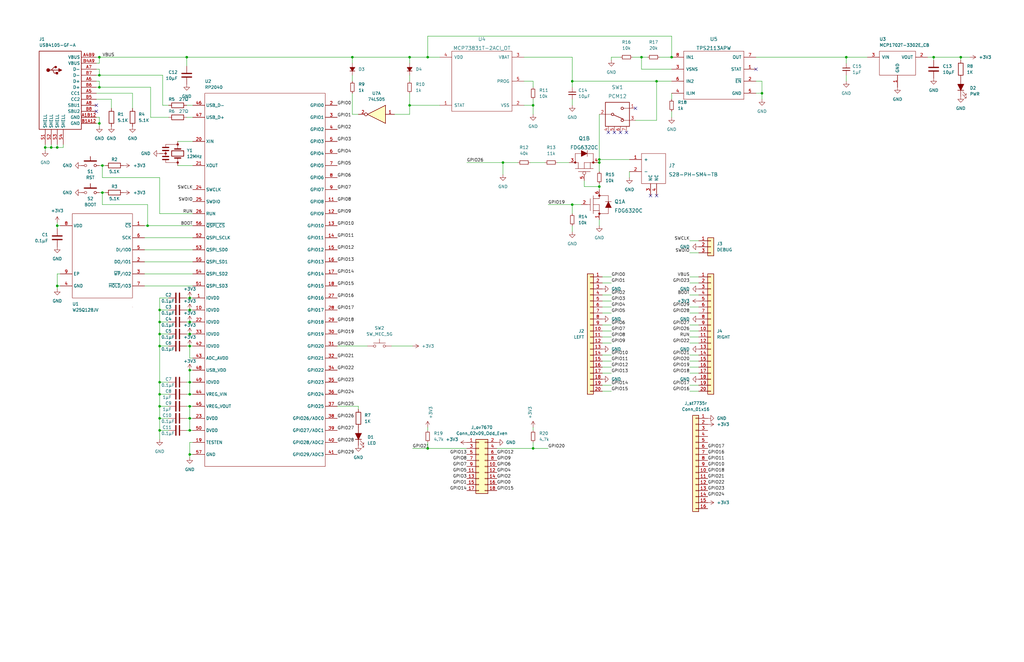
<source format=kicad_sch>
(kicad_sch (version 20211123) (generator eeschema)
  (paper "USLedger")
  (title_block (title "ENGR3430 final_proj_basedon_mp3") (date "2022-09-22") (company "Olin College of Engineering"))
  (junction (at 67.31 130.81))
  (junction (at 283.21 24.13))
  (junction (at 252.73 78.74))
  (junction (at 67.31 146.05))
  (junction (at 180.34 24.13))
  (junction (at 80.01 125.73))
  (junction (at 172.72 44.45))
  (junction (at 67.31 171.45))
  (junction (at 80.01 156.21))
  (junction (at 41.91 24.13))
  (junction (at 148.59 24.13))
  (junction (at 41.91 36.83))
  (junction (at 19.05 62.23))
  (junction (at 80.01 176.53))
  (junction (at 172.72 24.13))
  (junction (at 41.91 52.07))
  (junction (at 405.13 24.13))
  (junction (at 180.34 189.23))
  (junction (at 276.86 34.29))
  (junction (at 356.87 24.13))
  (junction (at 67.31 161.29))
  (junction (at 80.01 166.37))
  (junction (at 78.74 24.13))
  (junction (at 80.01 135.89))
  (junction (at 80.01 140.97))
  (junction (at 67.31 140.97))
  (junction (at 224.79 44.45))
  (junction (at 80.01 191.77))
  (junction (at 80.01 171.45))
  (junction (at 252.73 68.58))
  (junction (at 393.7 24.13))
  (junction (at 21.59 62.23))
  (junction (at 80.01 181.61))
  (junction (at 67.31 176.53))
  (junction (at 80.01 161.29))
  (junction (at 43.18 69.85))
  (junction (at 80.01 146.05))
  (junction (at 24.13 120.65))
  (junction (at 212.09 68.58))
  (junction (at 43.18 81.28))
  (junction (at 241.3 86.36))
  (junction (at 252.73 67.31))
  (junction (at 224.79 189.23))
  (junction (at 62.23 95.25))
  (junction (at 24.13 95.25))
  (junction (at 67.31 181.61))
  (junction (at 321.31 39.37))
  (junction (at 24.13 62.23))
  (junction (at 270.51 24.13))
  (junction (at 41.91 31.75))
  (junction (at 67.31 166.37))
  (junction (at 241.3 34.29))
  (junction (at 80.01 130.81))
  (junction (at 67.31 135.89))
  (no_connect (at 40.64 46.99))
  (no_connect (at 40.64 44.45))
  (no_connect (at 261.62 55.88))
  (no_connect (at 256.54 55.88))
  (no_connect (at 259.08 55.88))
  (no_connect (at 267.97 45.72))
  (no_connect (at 264.16 55.88))
  (no_connect (at 274.32 82.55))
  (no_connect (at 276.86 82.55))
  (no_connect (at 318.77 29.21))
  (wire (pts (xy 356.87 24.13) (xy 365.76 24.13)))
  (wire (pts (xy 78.74 146.05) (xy 80.01 146.05)))
  (wire (pts (xy 67.31 130.81) (xy 71.12 130.81)))
  (wire (pts (xy 78.74 140.97) (xy 80.01 140.97)))
  (wire (pts (xy 257.81 157.48) (xy 254 157.48)))
  (wire (pts (xy 67.31 146.05) (xy 67.31 140.97)))
  (wire (pts (xy 290.83 157.48) (xy 294.64 157.48)))
  (wire (pts (xy 40.64 36.83) (xy 41.91 36.83)))
  (wire (pts (xy 212.09 68.58) (xy 212.09 73.66)))
  (wire (pts (xy 68.58 31.75) (xy 68.58 44.45)))
  (wire (pts (xy 252.73 77.47) (xy 252.73 78.74)))
  (wire (pts (xy 180.34 15.24) (xy 283.21 15.24)))
  (wire (pts (xy 252.73 48.26) (xy 252.73 67.31)))
  (wire (pts (xy 41.91 36.83) (xy 63.5 36.83)))
  (wire (pts (xy 270.51 24.13) (xy 273.05 24.13)))
  (wire (pts (xy 80.01 166.37) (xy 81.28 166.37)))
  (wire (pts (xy 68.58 44.45) (xy 71.12 44.45)))
  (wire (pts (xy 356.87 31.75) (xy 356.87 34.29)))
  (wire (pts (xy 261.62 24.13) (xy 257.81 24.13)))
  (wire (pts (xy 290.83 149.86) (xy 294.64 149.86)))
  (wire (pts (xy 172.72 44.45) (xy 185.42 44.45)))
  (wire (pts (xy 148.59 24.13) (xy 148.59 26.67)))
  (wire (pts (xy 318.77 24.13) (xy 356.87 24.13)))
  (wire (pts (xy 62.23 86.36) (xy 62.23 95.25)))
  (wire (pts (xy 24.13 62.23) (xy 26.67 62.23)))
  (wire (pts (xy 67.31 166.37) (xy 67.31 161.29)))
  (wire (pts (xy 67.31 161.29) (xy 71.12 161.29)))
  (wire (pts (xy 165.1 146.05) (xy 173.99 146.05)))
  (wire (pts (xy 270.51 24.13) (xy 270.51 29.21)))
  (wire (pts (xy 19.05 60.96) (xy 19.05 62.23)))
  (wire (pts (xy 43.18 86.36) (xy 62.23 86.36)))
  (wire (pts (xy 257.81 116.84) (xy 254 116.84)))
  (wire (pts (xy 290.83 154.94) (xy 294.64 154.94)))
  (wire (pts (xy 41.91 49.53) (xy 41.91 52.07)))
  (wire (pts (xy 80.01 146.05) (xy 81.28 146.05)))
  (wire (pts (xy 393.7 24.13) (xy 405.13 24.13)))
  (wire (pts (xy 41.91 36.83) (xy 41.91 34.29)))
  (wire (pts (xy 276.86 34.29) (xy 283.21 34.29)))
  (wire (pts (xy 290.83 137.16) (xy 294.64 137.16)))
  (wire (pts (xy 80.01 171.45) (xy 80.01 176.53)))
  (wire (pts (xy 40.64 29.21) (xy 41.91 29.21)))
  (wire (pts (xy 180.34 186.69) (xy 180.34 189.23)))
  (wire (pts (xy 254 124.46) (xy 257.81 124.46)))
  (wire (pts (xy 67.31 130.81) (xy 67.31 125.73)))
  (wire (pts (xy 67.31 135.89) (xy 67.31 130.81)))
  (wire (pts (xy 78.74 44.45) (xy 81.28 44.45)))
  (wire (pts (xy 80.01 161.29) (xy 81.28 161.29)))
  (wire (pts (xy 257.81 139.7) (xy 254 139.7)))
  (wire (pts (xy 55.88 39.37) (xy 55.88 45.72)))
  (wire (pts (xy 80.01 151.13) (xy 81.28 151.13)))
  (wire (pts (xy 78.74 161.29) (xy 80.01 161.29)))
  (wire (pts (xy 78.74 171.45) (xy 80.01 171.45)))
  (wire (pts (xy 276.86 34.29) (xy 276.86 50.8)))
  (wire (pts (xy 67.31 140.97) (xy 67.31 135.89)))
  (wire (pts (xy 321.31 39.37) (xy 321.31 41.91)))
  (wire (pts (xy 278.13 24.13) (xy 283.21 24.13)))
  (wire (pts (xy 67.31 146.05) (xy 71.12 146.05)))
  (wire (pts (xy 290.83 101.6) (xy 294.64 101.6)))
  (wire (pts (xy 60.96 95.25) (xy 62.23 95.25)))
  (wire (pts (xy 41.91 52.07) (xy 41.91 53.34)))
  (wire (pts (xy 254 129.54) (xy 257.81 129.54)))
  (wire (pts (xy 67.31 90.17) (xy 81.28 90.17)))
  (wire (pts (xy 241.3 41.91) (xy 241.3 44.45)))
  (wire (pts (xy 80.01 176.53) (xy 80.01 181.61)))
  (wire (pts (xy 81.28 125.73) (xy 80.01 125.73)))
  (wire (pts (xy 46.99 41.91) (xy 46.99 45.72)))
  (wire (pts (xy 24.13 96.52) (xy 24.13 95.25)))
  (wire (pts (xy 270.51 29.21) (xy 283.21 29.21)))
  (wire (pts (xy 24.13 115.57) (xy 24.13 120.65)))
  (wire (pts (xy 78.74 166.37) (xy 80.01 166.37)))
  (wire (pts (xy 43.18 81.28) (xy 44.45 81.28)))
  (wire (pts (xy 63.5 49.53) (xy 71.12 49.53)))
  (wire (pts (xy 166.37 48.26) (xy 172.72 48.26)))
  (wire (pts (xy 180.34 24.13) (xy 180.34 15.24)))
  (wire (pts (xy 257.81 162.56) (xy 254 162.56)))
  (wire (pts (xy 290.83 142.24) (xy 294.64 142.24)))
  (wire (pts (xy 290.83 119.38) (xy 294.64 119.38)))
  (wire (pts (xy 80.01 156.21) (xy 80.01 161.29)))
  (wire (pts (xy 283.21 39.37) (xy 283.21 41.91)))
  (wire (pts (xy 220.98 34.29) (xy 224.79 34.29)))
  (wire (pts (xy 81.28 171.45) (xy 80.01 171.45)))
  (wire (pts (xy 78.74 176.53) (xy 80.01 176.53)))
  (wire (pts (xy 148.59 48.26) (xy 151.13 48.26)))
  (wire (pts (xy 40.64 39.37) (xy 55.88 39.37)))
  (wire (pts (xy 257.81 24.13) (xy 257.81 25.4)))
  (wire (pts (xy 391.16 24.13) (xy 393.7 24.13)))
  (wire (pts (xy 224.79 44.45) (xy 224.79 48.26)))
  (wire (pts (xy 78.74 24.13) (xy 78.74 27.94)))
  (wire (pts (xy 218.44 68.58) (xy 212.09 68.58)))
  (wire (pts (xy 41.91 81.28) (xy 43.18 81.28)))
  (wire (pts (xy 254 132.08) (xy 257.81 132.08)))
  (wire (pts (xy 290.83 106.68) (xy 294.64 106.68)))
  (wire (pts (xy 24.13 93.98) (xy 24.13 95.25)))
  (wire (pts (xy 60.96 115.57) (xy 81.28 115.57)))
  (wire (pts (xy 21.59 60.96) (xy 21.59 62.23)))
  (wire (pts (xy 25.4 120.65) (xy 24.13 120.65)))
  (wire (pts (xy 80.01 156.21) (xy 81.28 156.21)))
  (wire (pts (xy 257.81 142.24) (xy 254 142.24)))
  (wire (pts (xy 41.91 69.85) (xy 43.18 69.85)))
  (wire (pts (xy 80.01 181.61) (xy 81.28 181.61)))
  (wire (pts (xy 41.91 24.13) (xy 41.91 26.67)))
  (wire (pts (xy 318.77 34.29) (xy 321.31 34.29)))
  (wire (pts (xy 41.91 26.67) (xy 40.64 26.67)))
  (wire (pts (xy 265.43 72.39) (xy 265.43 74.93)))
  (wire (pts (xy 41.91 31.75) (xy 68.58 31.75)))
  (wire (pts (xy 67.31 125.73) (xy 71.12 125.73)))
  (wire (pts (xy 318.77 39.37) (xy 321.31 39.37)))
  (wire (pts (xy 41.91 24.13) (xy 78.74 24.13)))
  (wire (pts (xy 148.59 24.13) (xy 172.72 24.13)))
  (wire (pts (xy 252.73 78.74) (xy 252.73 80.01)))
  (wire (pts (xy 252.73 67.31) (xy 265.43 67.31)))
  (wire (pts (xy 180.34 180.34) (xy 180.34 181.61)))
  (wire (pts (xy 224.79 41.91) (xy 224.79 44.45)))
  (wire (pts (xy 81.28 186.69) (xy 80.01 186.69)))
  (wire (pts (xy 241.3 34.29) (xy 276.86 34.29)))
  (wire (pts (xy 283.21 15.24) (xy 283.21 24.13)))
  (wire (pts (xy 67.31 176.53) (xy 71.12 176.53)))
  (wire (pts (xy 41.91 34.29) (xy 40.64 34.29)))
  (wire (pts (xy 67.31 171.45) (xy 67.31 166.37)))
  (wire (pts (xy 172.72 24.13) (xy 180.34 24.13)))
  (wire (pts (xy 405.13 24.13) (xy 408.94 24.13)))
  (wire (pts (xy 80.01 176.53) (xy 81.28 176.53)))
  (wire (pts (xy 41.91 31.75) (xy 40.64 31.75)))
  (wire (pts (xy 21.59 62.23) (xy 24.13 62.23)))
  (wire (pts (xy 245.11 86.36) (xy 241.3 86.36)))
  (wire (pts (xy 63.5 36.83) (xy 63.5 49.53)))
  (wire (pts (xy 223.52 68.58) (xy 229.87 68.58)))
  (wire (pts (xy 290.83 144.78) (xy 294.64 144.78)))
  (wire (pts (xy 24.13 120.65) (xy 24.13 121.92)))
  (wire (pts (xy 19.05 62.23) (xy 21.59 62.23)))
  (wire (pts (xy 142.24 171.45) (xy 151.13 171.45)))
  (wire (pts (xy 321.31 34.29) (xy 321.31 39.37)))
  (wire (pts (xy 180.34 189.23) (xy 196.85 189.23)))
  (wire (pts (xy 172.72 24.13) (xy 172.72 26.67)))
  (wire (pts (xy 172.72 31.75) (xy 172.72 34.29)))
  (wire (pts (xy 62.23 95.25) (xy 81.28 95.25)))
  (wire (pts (xy 80.01 146.05) (xy 80.01 151.13)))
  (wire (pts (xy 290.83 162.56) (xy 294.64 162.56)))
  (wire (pts (xy 231.14 86.36) (xy 241.3 86.36)))
  (wire (pts (xy 80.01 186.69) (xy 80.01 191.77)))
  (wire (pts (xy 172.72 44.45) (xy 172.72 48.26)))
  (wire (pts (xy 40.64 49.53) (xy 41.91 49.53)))
  (wire (pts (xy 290.83 116.84) (xy 294.64 116.84)))
  (wire (pts (xy 151.13 172.72) (xy 151.13 171.45)))
  (wire (pts (xy 80.01 135.89) (xy 81.28 135.89)))
  (wire (pts (xy 209.55 189.23) (xy 224.79 189.23)))
  (wire (pts (xy 241.3 24.13) (xy 241.3 34.29)))
  (wire (pts (xy 67.31 181.61) (xy 71.12 181.61)))
  (wire (pts (xy 257.81 149.86) (xy 254 149.86)))
  (wire (pts (xy 60.96 100.33) (xy 81.28 100.33)))
  (wire (pts (xy 224.79 186.69) (xy 224.79 189.23)))
  (wire (pts (xy 290.83 124.46) (xy 294.64 124.46)))
  (wire (pts (xy 67.31 166.37) (xy 71.12 166.37)))
  (wire (pts (xy 257.81 137.16) (xy 254 137.16)))
  (wire (pts (xy 19.05 63.5) (xy 19.05 62.23)))
  (wire (pts (xy 224.79 34.29) (xy 224.79 36.83)))
  (wire (pts (xy 246.38 76.2) (xy 246.38 78.74)))
  (wire (pts (xy 60.96 110.49) (xy 81.28 110.49)))
  (wire (pts (xy 41.91 29.21) (xy 41.91 31.75)))
  (wire (pts (xy 41.91 52.07) (xy 40.64 52.07)))
  (wire (pts (xy 24.13 60.96) (xy 24.13 62.23)))
  (wire (pts (xy 67.31 171.45) (xy 71.12 171.45)))
  (wire (pts (xy 180.34 24.13) (xy 185.42 24.13)))
  (wire (pts (xy 148.59 31.75) (xy 148.59 34.29)))
  (wire (pts (xy 60.96 120.65) (xy 81.28 120.65)))
  (wire (pts (xy 26.67 62.23) (xy 26.67 60.96)))
  (wire (pts (xy 24.13 95.25) (xy 25.4 95.25)))
  (wire (pts (xy 43.18 74.93) (xy 67.31 74.93)))
  (wire (pts (xy 78.74 135.89) (xy 80.01 135.89)))
  (wire (pts (xy 393.7 24.13) (xy 393.7 25.4)))
  (wire (pts (xy 276.86 50.8) (xy 267.97 50.8)))
  (wire (pts (xy 80.01 161.29) (xy 80.01 166.37)))
  (wire (pts (xy 81.28 191.77) (xy 80.01 191.77)))
  (wire (pts (xy 43.18 69.85) (xy 44.45 69.85)))
  (wire (pts (xy 80.01 130.81) (xy 81.28 130.81)))
  (wire (pts (xy 43.18 69.85) (xy 43.18 74.93)))
  (wire (pts (xy 257.81 144.78) (xy 254 144.78)))
  (wire (pts (xy 40.64 24.13) (xy 41.91 24.13)))
  (wire (pts (xy 252.73 67.31) (xy 252.73 68.58)))
  (wire (pts (xy 283.21 46.99) (xy 283.21 49.53)))
  (wire (pts (xy 252.73 92.71) (xy 252.73 95.25)))
  (wire (pts (xy 266.7 24.13) (xy 270.51 24.13)))
  (wire (pts (xy 74.93 59.69) (xy 81.28 59.69)))
  (wire (pts (xy 241.3 34.29) (xy 241.3 36.83)))
  (wire (pts (xy 78.74 24.13) (xy 148.59 24.13)))
  (wire (pts (xy 67.31 185.42) (xy 67.31 181.61)))
  (wire (pts (xy 290.83 152.4) (xy 294.64 152.4)))
  (wire (pts (xy 60.96 105.41) (xy 81.28 105.41)))
  (wire (pts (xy 405.13 24.13) (xy 405.13 25.4)))
  (wire (pts (xy 241.3 95.25) (xy 241.3 97.79)))
  (wire (pts (xy 220.98 24.13) (xy 241.3 24.13)))
  (wire (pts (xy 148.59 39.37) (xy 148.59 48.26)))
  (wire (pts (xy 290.83 165.1) (xy 294.64 165.1)))
  (wire (pts (xy 220.98 44.45) (xy 224.79 44.45)))
  (wire (pts (xy 78.74 130.81) (xy 80.01 130.81)))
  (wire (pts (xy 43.18 81.28) (xy 43.18 86.36)))
  (wire (pts (xy 257.81 165.1) (xy 254 165.1)))
  (wire (pts (xy 25.4 115.57) (xy 24.13 115.57)))
  (wire (pts (xy 290.83 132.08) (xy 294.64 132.08)))
  (wire (pts (xy 224.79 189.23) (xy 231.14 189.23)))
  (wire (pts (xy 224.79 180.34) (xy 224.79 181.61)))
  (wire (pts (xy 241.3 86.36) (xy 241.3 90.17)))
  (wire (pts (xy 142.24 146.05) (xy 154.94 146.05)))
  (wire (pts (xy 196.85 68.58) (xy 212.09 68.58)))
  (wire (pts (xy 356.87 24.13) (xy 356.87 26.67)))
  (wire (pts (xy 257.81 154.94) (xy 254 154.94)))
  (wire (pts (xy 67.31 146.05) (xy 67.31 161.29)))
  (wire (pts (xy 257.81 119.38) (xy 254 119.38)))
  (wire (pts (xy 173.99 189.23) (xy 180.34 189.23)))
  (wire (pts (xy 78.74 49.53) (xy 81.28 49.53)))
  (wire (pts (xy 80.01 140.97) (xy 81.28 140.97)))
  (wire (pts (xy 67.31 74.93) (xy 67.31 90.17)))
  (wire (pts (xy 257.81 152.4) (xy 254 152.4)))
  (wire (pts (xy 74.93 69.85) (xy 81.28 69.85)))
  (wire (pts (xy 254 127) (xy 257.81 127)))
  (wire (pts (xy 40.64 41.91) (xy 46.99 41.91)))
  (wire (pts (xy 290.83 139.7) (xy 294.64 139.7)))
  (wire (pts (xy 172.72 39.37) (xy 172.72 44.45)))
  (wire (pts (xy 67.31 176.53) (xy 67.31 171.45)))
  (wire (pts (xy 78.74 181.61) (xy 80.01 181.61)))
  (wire (pts (xy 246.38 78.74) (xy 252.73 78.74)))
  (wire (pts (xy 80.01 191.77) (xy 80.01 193.04)))
  (wire (pts (xy 67.31 135.89) (xy 71.12 135.89)))
  (wire (pts (xy 67.31 140.97) (xy 71.12 140.97)))
  (wire (pts (xy 67.31 181.61) (xy 67.31 176.53)))
  (wire (pts (xy 252.73 68.58) (xy 252.73 72.39)))
  (wire (pts (xy 234.95 68.58) (xy 240.03 68.58)))
  (wire (pts (xy 290.83 129.54) (xy 294.64 129.54)))
  (wire (pts (xy 78.74 125.73) (xy 80.01 125.73)))
  (label "GPIO9" (at 257.81 144.78 0))
  (label "GPIO6" (at 209.55 196.85 0))
  (label "GPIO21" (at 142.24 151.13 0))
  (label "GPIO10" (at 298.45 196.85 0))
  (label "GPIO11" (at 298.45 194.31 0))
  (label "GPIO6" (at 257.81 137.16 0))
  (label "GPIO20" (at 231.14 189.23 0))
  (label "GPIO17" (at 142.24 130.81 0))
  (label "GPIO14" (at 257.81 162.56 0))
  (label "GPIO16" (at 142.24 125.73 0))
  (label "GPIO3" (at 257.81 127 0))
  (label "GPIO12" (at 142.24 105.41 0))
  (label "GPIO18" (at 298.45 199.39 0))
  (label "GPIO23" (at 290.83 119.38 180))
  (label "GPIO26" (at 196.85 68.58 0))
  (label "GPIO17" (at 290.83 162.56 180))
  (label "GPIO5" (at 196.85 199.39 180))
  (label "GPIO27" (at 290.83 137.16 180))
  (label "GPIO7" (at 196.85 196.85 180))
  (label "GPIO23" (at 298.45 207.01 0))
  (label "GPIO21" (at 290.83 149.86 180))
  (label "GPIO4" (at 142.24 64.77 0))
  (label "GPIO28" (at 290.83 132.08 180))
  (label "RUN" (at 81.28 90.17 180))
  (label "GPIO10" (at 142.24 95.25 0))
  (label "GPIO13" (at 257.81 157.48 0))
  (label "SWDIO" (at 81.28 85.09 180))
  (label "GPIO29" (at 290.83 129.54 180))
  (label "GPIO6" (at 142.24 74.93 0))
  (label "SWCLK" (at 81.28 80.01 180))
  (label "GPIO17" (at 298.45 189.23 0))
  (label "GPIO28" (at 142.24 186.69 0))
  (label "GPIO24" (at 142.24 166.37 0))
  (label "GPIO27" (at 142.24 181.61 0))
  (label "GPIO22" (at 298.45 204.47 0))
  (label "GPIO19" (at 290.83 154.94 180))
  (label "GPIO15" (at 257.81 165.1 0))
  (label "GPIO26" (at 142.24 176.53 0))
  (label "GPIO0" (at 257.81 116.84 0))
  (label "GPIO1" (at 257.81 119.38 0))
  (label "SWDIO" (at 290.83 106.68 180))
  (label "GPIO4" (at 257.81 129.54 0))
  (label "GPIO7" (at 257.81 139.7 0))
  (label "GPIO13" (at 196.85 191.77 180))
  (label "GPIO14" (at 196.85 207.01 180))
  (label "GPIO1" (at 142.24 49.53 0))
  (label "GPIO19" (at 231.14 86.36 0))
  (label "GPIO12" (at 257.81 154.94 0))
  (label "GPIO25" (at 142.24 171.45 0))
  (label "GPIO9" (at 142.24 90.17 0))
  (label "GPIO0" (at 142.24 44.45 0))
  (label "GPIO14" (at 142.24 115.57 0))
  (label "GPIO18" (at 142.24 135.89 0))
  (label "GPIO15" (at 142.24 120.65 0))
  (label "VBUS" (at 43.18 24.13 0))
  (label "GPIO3" (at 196.85 201.93 180))
  (label "GPIO4" (at 209.55 199.39 0))
  (label "GPIO16" (at 290.83 165.1 180))
  (label "GPIO2" (at 209.55 201.93 0))
  (label "GPIO15" (at 209.55 207.01 0))
  (label "BOOT" (at 81.28 95.25 180))
  (label "GPIO10" (at 257.81 149.86 0))
  (label "GPIO24" (at 298.45 209.55 0))
  (label "GPIO11" (at 257.81 152.4 0))
  (label "GPIO13" (at 142.24 110.49 0))
  (label "GPIO5" (at 257.81 132.08 0))
  (label "GPIO20" (at 142.24 146.05 0))
  (label "GPIO8" (at 142.24 85.09 0))
  (label "GPIO11" (at 142.24 100.33 0))
  (label "GPIO21" (at 173.99 189.23 0))
  (label "GPIO8" (at 196.85 194.31 180))
  (label "GPIO9" (at 209.55 194.31 0))
  (label "GPIO16" (at 298.45 191.77 0))
  (label "BOOT" (at 290.83 124.46 180))
  (label "RUN" (at 290.83 142.24 180))
  (label "VBUS" (at 290.83 116.84 180))
  (label "GPIO2" (at 142.24 54.61 0))
  (label "GPIO12" (at 209.55 191.77 0))
  (label "GPIO0" (at 209.55 204.47 0))
  (label "GPIO22" (at 290.83 144.78 180))
  (label "GPIO19" (at 142.24 140.97 0))
  (label "GPIO29" (at 142.24 191.77 0))
  (label "GPIO2" (at 257.81 124.46 0))
  (label "GPIO26" (at 290.83 139.7 180))
  (label "GPIO18" (at 290.83 157.48 180))
  (label "GPIO5" (at 142.24 69.85 0))
  (label "SWCLK" (at 290.83 101.6 180))
  (label "GPIO21" (at 298.45 201.93 0))
  (label "GPIO3" (at 142.24 59.69 0))
  (label "GPIO7" (at 142.24 80.01 0))
  (label "GPIO8" (at 257.81 142.24 0))
  (label "GPIO1" (at 196.85 204.47 180))
  (label "GPIO20" (at 290.83 152.4 180))
  (label "GPIO23" (at 142.24 161.29 0))
  (label "GPIO22" (at 142.24 156.21 0))
  (symbol (lib_id "Device:C_Small") (at 241.3 39.37 0) (unit 1)
    (property "Reference" "C14" (at 243.84 38.1062 0) (effects (justify left)))
    (property "Value" "10µF" (at 243.84 40.6462 0) (effects (justify left)))
  )
  (symbol (lib_id "Connector_Generic:Conn_01x20") (at 299.72 139.7 0) (unit 1)
    (property "Reference" "J4" (at 302.26 139.6999 0) (effects (justify left)))
    (property "Value" "RIGHT" (at 302.26 142.2399 0) (effects (justify left)))
  )
  (symbol (lib_id "Eclectronics:PCM12") (at 260.35 48.26 0) (unit 1)
    (property "Reference" "SW1" (at 260.35 36.83 0) (effects (font (size 1.524 1.524))))
    (property "Value" "PCM12" (at 260.35 40.64 0) (effects (font (size 1.524 1.524))))
  )
  (symbol (lib_id "Connector_Generic:Conn_01x03") (at 299.72 104.14 0) (unit 1)
    (property "Reference" "J3" (at 302.26 102.8699 0) (effects (justify left)))
    (property "Value" "DEBUG" (at 302.26 105.4099 0) (effects (justify left)))
  )
  (symbol (lib_id "power:GND") (at 254 160.02 90) (unit 1)
    (property "Reference" "#PWR022" (effects hide))
    (property "Value" "GND" (at 257.81 160.0199 90) (effects (justify right)))
  )
  (symbol (lib_id "power:GND") (at 321.31 41.91 0) (unit 1)
    (property "Reference" "#PWR?" (effects hide))
    (property "Value" "GND" (at 321.31 46.99 0))
  )
  (symbol (lib_id "power:+3V3") (at 298.45 179.07 270) (mirror x) (unit 1)
    (property "Reference" "#PWR?" (effects hide))
    (property "Value" "+3V3" (at 302.26 179.0699 90) (effects (justify left)))
  )
  (symbol (lib_id "power:GND") (at 34.29 81.28 270) (unit 1)
    (property "Reference" "#PWR06" (effects hide))
    (property "Value" "GND" (at 30.48 81.2799 90) (effects (justify right)))
  )
  (symbol (lib_id "power:GND") (at 19.05 63.5 0) (unit 1)
    (property "Reference" "#PWR01" (effects hide))
    (property "Value" "GND" (at 19.05 68.58 0))
  )
  (symbol (lib_id "Device:C_Small") (at 356.87 29.21 0) (unit 1)
    (property "Reference" "C15" (at 359.41 27.9462 0) (effects (justify left)))
    (property "Value" "1µF" (at 359.41 30.4862 0) (effects (justify left)))
  )
  (symbol (lib_id "power:+3V3") (at 80.01 135.89 0) (unit 1)
    (property "Reference" "#PWR?" (effects hide))
    (property "Value" "+3V3" (at 80.01 132.08 0))
  )
  (symbol (lib_id "Device:R_Small") (at 252.73 74.93 0) (unit 1)
    (property "Reference" "R15" (at 255.27 73.6599 0) (effects (justify left)))
    (property "Value" "10k" (at 255.27 76.1999 0) (effects (justify left)))
  )
  (symbol (lib_id "Device:R") (at 74.93 49.53 90) (unit 1)
    (property "Reference" "R6" (at 72.39 46.99 90))
    (property "Value" "27Ω" (at 77.47 46.99 90))
  )
  (symbol (lib_id "power:GND") (at 294.64 104.14 270) (unit 1)
    (property "Reference" "#PWR026" (effects hide))
    (property "Value" "GND" (at 290.83 104.1399 90) (effects (justify right)))
  )
  (symbol (lib_id "Connector_Generic:Conn_02x09_Odd_Even") (at 201.93 196.85 0) (unit 1)
    (property "Reference" "J_ov7670" (at 203.2 180.34 0))
    (property "Value" "Conn_02x09_Odd_Even" (at 203.2 182.88 0))
  )
  (symbol (lib_id "power:GND") (at 241.3 44.45 0) (unit 1)
    (property "Reference" "#PWR?" (effects hide))
    (property "Value" "GND" (at 241.3 49.53 0))
  )
  (symbol (lib_id "Eclectronics:SW") (at 38.1 69.85 270) (unit 1)
    (property "Reference" "S1" (at 38.1 72.39 90))
    (property "Value" "RST" (at 38.1 74.93 90))
  )
  (symbol (lib_id "Device:C") (at 74.93 140.97 270) (unit 1)
    (property "Reference" "C5" (at 72.39 139.7 90) (effects (justify right)))
    (property "Value" "0.1µF" (at 73.66 142.24 90) (effects (justify right)))
  )
  (symbol (lib_id "power:GND") (at 209.55 186.69 90) (mirror x) (unit 1)
    (property "Reference" "#PWR?" (effects hide))
    (property "Value" "GND" (at 213.36 186.6899 90) (effects (justify right)))
  )
  (symbol (lib_id "Device:C") (at 74.93 176.53 270) (unit 1)
    (property "Reference" "C10" (at 72.39 175.26 90) (effects (justify right)))
    (property "Value" "0.1µF" (at 73.66 177.8 90) (effects (justify right)))
  )
  (symbol (lib_id "Connector_Generic:Conn_01x16") (at 293.37 194.31 0) (mirror y) (unit 1)
    (property "Reference" "J_st7735r" (at 293.37 170.18 0))
    (property "Value" "Conn_01x16" (at 293.37 172.72 0))
  )
  (symbol (lib_id "Eclectronics:S2B-PH-SM4-TB") (at 275.59 69.85 0) (unit 1)
    (property "Reference" "J?" (at 281.94 69.85 0) (effects (font (size 1.524 1.524)) (justify left)))
    (property "Value" "S2B-PH-SM4-TB" (at 281.94 73.66 0) (effects (font (size 1.524 1.524)) (justify left)))
  )
  (symbol (lib_id "Device:C") (at 24.13 100.33 0) (mirror x) (unit 1)
    (property "Reference" "C1" (at 20.32 99.0599 0) (effects (justify right)))
    (property "Value" "0.1µF" (at 20.32 101.5999 0) (effects (justify right)))
  )
  (symbol (lib_id "power:GND") (at 46.99 53.34 0) (unit 1)
    (property "Reference" "#PWR08" (effects hide))
    (property "Value" "GND" (at 46.99 58.42 0))
  )
  (symbol (lib_id "power:GND") (at 378.46 36.83 0) (unit 1)
    (property "Reference" "#PWR018" (effects hide))
    (property "Value" "GND" (at 378.46 41.91 0))
  )
  (symbol (lib_id "Device:C") (at 74.93 146.05 270) (unit 1)
    (property "Reference" "C6" (at 72.39 144.78 90) (effects (justify right)))
    (property "Value" "0.1µF" (at 73.66 147.32 90) (effects (justify right)))
  )
  (symbol (lib_id "Device:R") (at 48.26 69.85 90) (unit 1)
    (property "Reference" "R2" (at 48.26 67.31 90))
    (property "Value" "5.1K" (at 48.26 72.39 90))
  )
  (symbol (lib_id "power:GND") (at 254 147.32 90) (unit 1)
    (property "Reference" "#PWR021" (effects hide))
    (property "Value" "GND" (at 257.81 147.3199 90) (effects (justify right)))
  )
  (symbol (lib_id "Eclectronics:SW") (at 38.1 81.28 270) (unit 1)
    (property "Reference" "S2" (at 38.1 83.82 90))
    (property "Value" "BOOT" (at 38.1 86.36 90))
  )
  (symbol (lib_id "power:+3V3") (at 408.94 24.13 270) (unit 1)
    (property "Reference" "#PWR025" (effects hide))
    (property "Value" "+3V3" (at 412.75 24.1299 90) (effects (justify left)))
  )
  (symbol (lib_id "power:+3V3") (at 80.01 130.81 0) (unit 1)
    (property "Reference" "#PWR?" (effects hide))
    (property "Value" "+3V3" (at 80.01 127 0))
  )
  (symbol (lib_id "power:GND") (at 393.7 33.02 0) (unit 1)
    (property "Reference" "#PWR023" (effects hide))
    (property "Value" "GND" (at 393.7 38.1 0))
  )
  (symbol (lib_id "Device:R_Small") (at 224.79 39.37 0) (unit 1)
    (property "Reference" "R11" (at 227.33 38.0999 0) (effects (justify left)))
    (property "Value" "10k" (at 227.33 40.6399 0) (effects (justify left)))
  )
  (symbol (lib_id "Device:R_Small") (at 220.98 68.58 90) (unit 1)
    (property "Reference" "R12" (at 220.98 62.23 90))
    (property "Value" "40k" (at 220.98 64.77 90))
  )
  (symbol (lib_id "power:GND") (at 24.13 104.14 0) (unit 1)
    (property "Reference" "#PWR03" (effects hide))
    (property "Value" "GND" (at 24.13 109.22 0))
  )
  (symbol (lib_id "Eclectronics:MCP73831T-2ACI_OT") (at 203.2 34.29 0) (unit 1)
    (property "Reference" "U4" (at 203.2 16.51 0) (effects (font (size 1.524 1.524))))
    (property "Value" "MCP73831T-2ACI_OT" (at 203.2 20.32 0) (effects (font (size 1.524 1.524))))
  )
  (symbol (lib_id "Device:LED_Filled") (at 405.13 36.83 90) (unit 1)
    (property "Reference" "D2" (at 408.94 37.1474 90) (effects (justify right)))
    (property "Value" "PWR" (at 408.94 39.6874 90) (effects (justify right)))
  )
  (symbol (lib_id "power:GND") (at 41.91 53.34 0) (unit 1)
    (property "Reference" "#PWR07" (effects hide))
    (property "Value" "GND" (at 41.91 58.42 0))
  )
  (symbol (lib_id "power:GND") (at 80.01 193.04 0) (unit 1)
    (property "Reference" "#PWR015" (effects hide))
    (property "Value" "GND" (at 80.01 198.12 0))
  )
  (symbol (lib_id "Eclectronics:USB4105-GF-A") (at 25.4 38.1 0) (unit 1)
    (property "Reference" "J1" (at 16.51 16.51 0) (effects (justify left)))
    (property "Value" "USB4105-GF-A" (at 16.51 19.05 0) (effects (justify left)))
  )
  (symbol (lib_id "power:GND") (at 34.29 69.85 270) (unit 1)
    (property "Reference" "#PWR05" (effects hide))
    (property "Value" "GND" (at 30.48 69.8499 90) (effects (justify right)))
  )
  (symbol (lib_id "power:GND") (at 254 134.62 90) (unit 1)
    (property "Reference" "#PWR020" (effects hide))
    (property "Value" "GND" (at 257.81 134.6199 90) (effects (justify right)))
  )
  (symbol (lib_id "Device:R_Small") (at 264.16 24.13 90) (unit 1)
    (property "Reference" "R16" (at 264.16 17.78 90))
    (property "Value" "10k" (at 264.16 20.32 90))
  )
  (symbol (lib_id "power:GND") (at 224.79 48.26 0) (unit 1)
    (property "Reference" "#PWR?" (effects hide))
    (property "Value" "GND" (at 224.79 53.34 0))
  )
  (symbol (lib_id "power:+3V3") (at 52.07 81.28 270) (unit 1)
    (property "Reference" "#PWR010" (effects hide))
    (property "Value" "+3V3" (at 56.134 81.2799 90) (effects (justify left)))
  )
  (symbol (lib_id "power:GND") (at 151.13 187.96 0) (unit 1)
    (property "Reference" "#PWR016" (effects hide))
    (property "Value" "GND" (at 151.13 193.04 0))
  )
  (symbol (lib_id "power:+3V3") (at 52.07 69.85 270) (unit 1)
    (property "Reference" "#PWR09" (effects hide))
    (property "Value" "+3V3" (at 56.134 69.8499 90) (effects (justify left)))
  )
  (symbol (lib_id "power:GND") (at 294.64 160.02 270) (unit 1)
    (property "Reference" "#PWR031" (effects hide))
    (property "Value" "GND" (at 290.83 160.0199 90) (effects (justify right)))
  )
  (symbol (lib_id "Device:C") (at 74.93 130.81 270) (unit 1)
    (property "Reference" "C3" (at 72.39 129.54 90) (effects (justify right)))
    (property "Value" "0.1µF" (at 73.66 132.08 90) (effects (justify right)))
  )
  (symbol (lib_id "Device:R_Small") (at 283.21 44.45 0) (unit 1)
    (property "Reference" "R18" (at 285.75 43.1799 0) (effects (justify left)))
    (property "Value" "1k" (at 285.75 45.7199 0) (effects (justify left)))
  )
  (symbol (lib_id "Device:C") (at 74.93 166.37 270) (unit 1)
    (property "Reference" "C8" (at 72.39 165.1 90) (effects (justify right)))
    (property "Value" "1µF" (at 72.39 167.64 90) (effects (justify right)))
  )
  (symbol (lib_id "power:GND") (at 405.13 40.64 0) (unit 1)
    (property "Reference" "#PWR024" (effects hide))
    (property "Value" "GND" (at 405.13 45.72 0))
  )
  (symbol (lib_id "Device:C") (at 78.74 31.75 0) (mirror x) (unit 1)
    (property "Reference" "C12" (at 74.93 30.4799 0) (effects (justify right)))
    (property "Value" "10µF" (at 74.93 33.0199 0) (effects (justify right)))
  )
  (symbol (lib_id "Device:D_Small_Filled") (at 172.72 29.21 90) (unit 1)
    (property "Reference" "D4" (at 175.26 29.2099 90) (effects (justify right)))
    (property "Value" "D_Small_Filled" (effects hide))
  )
  (symbol (lib_id "Device:R") (at 151.13 176.53 0) (unit 1)
    (property "Reference" "R7" (at 153.67 175.2599 0) (effects (justify left)))
    (property "Value" "1K" (at 153.67 177.7999 0) (effects (justify left)))
  )
  (symbol (lib_id "Device:C") (at 393.7 29.21 0) (unit 1)
    (property "Reference" "C13" (at 397.51 27.9399 0) (effects (justify left)))
    (property "Value" "10µF" (at 397.51 30.4799 0) (effects (justify left)))
  )
  (symbol (lib_id "power:GND") (at 254 121.92 90) (unit 1)
    (property "Reference" "#PWR019" (effects hide))
    (property "Value" "GND" (at 257.81 121.9199 90) (effects (justify right)))
  )
  (symbol (lib_id "power:GND") (at 294.64 147.32 270) (unit 1)
    (property "Reference" "#PWR030" (effects hide))
    (property "Value" "GND" (at 290.83 147.3199 90) (effects (justify right)))
  )
  (symbol (lib_id "power:+3V3") (at 80.01 146.05 0) (unit 1)
    (property "Reference" "#PWR?" (effects hide))
    (property "Value" "+3V3" (at 80.01 142.24 0))
  )
  (symbol (lib_id "Device:R") (at 74.93 44.45 90) (unit 1)
    (property "Reference" "R5" (at 72.39 41.91 90))
    (property "Value" "27Ω" (at 77.47 41.91 90))
  )
  (symbol (lib_id "power:+3V3") (at 298.45 212.09 270) (mirror x) (unit 1)
    (property "Reference" "#PWR?" (effects hide))
    (property "Value" "+3V3" (at 302.26 212.0899 90) (effects (justify left)))
  )
  (symbol (lib_id "power:GND") (at 257.81 25.4 0) (unit 1)
    (property "Reference" "#PWR?" (effects hide))
    (property "Value" "GND" (at 257.81 30.48 0))
  )
  (symbol (lib_id "power:+3V3") (at 80.01 125.73 0) (unit 1)
    (property "Reference" "#PWR014" (effects hide))
    (property "Value" "+3V3" (at 80.01 121.92 0))
  )
  (symbol (lib_id "power:+3V3") (at 294.64 127 90) (unit 1)
    (property "Reference" "#PWR028" (effects hide))
    (property "Value" "+3V3" (at 290.83 126.9999 90) (effects (justify left)))
  )
  (symbol (lib_id "power:GND") (at 24.13 121.92 0) (unit 1)
    (property "Reference" "#PWR04" (effects hide))
    (property "Value" "GND" (at 24.13 127 0))
  )
  (symbol (lib_id "Device:R_Small") (at 275.59 24.13 90) (unit 1)
    (property "Reference" "R17" (at 275.59 17.78 90))
    (property "Value" "20k" (at 275.59 20.32 90))
  )
  (symbol (lib_id "power:+3V3") (at 173.99 146.05 270) (unit 1)
    (property "Reference" "#PWR?" (effects hide))
    (property "Value" "+3V3" (at 177.8 146.0499 90) (effects (justify left)))
  )
  (symbol (lib_id "Device:C") (at 74.93 171.45 270) (unit 1)
    (property "Reference" "C9" (at 72.39 170.18 90) (effects (justify right)))
    (property "Value" "1µF" (at 72.39 172.72 90) (effects (justify right)))
  )
  (symbol (lib_id "Device:D_Small_Filled") (at 148.59 29.21 90) (unit 1)
    (property "Reference" "D3" (at 151.13 29.2099 90) (effects (justify right)))
    (property "Value" "D_Small_Filled" (effects hide))
  )
  (symbol (lib_id "Eclectronics:FDG6320C") (at 246.38 68.58 270) (mirror x) (unit 2)
    (property "Reference" "Q1" (at 246.38 58.42 90) (effects (font (size 1.524 1.524))))
    (property "Value" "FDG6320C" (at 246.38 62.23 90) (effects (font (size 1.524 1.524))))
  )
  (symbol (lib_id "Device:R_Small") (at 232.41 68.58 90) (unit 1)
    (property "Reference" "R13" (at 232.41 62.23 90))
    (property "Value" "11k" (at 232.41 64.77 90))
  )
  (symbol (lib_id "Eclectronics:W25Q128JV") (at 43.18 107.95 0) (unit 1)
    (property "Reference" "U1" (at 30.48 128.27 0) (effects (justify left)))
    (property "Value" "W25Q128JV" (at 30.48 130.81 0) (effects (justify left)))
  )
  (symbol (lib_id "Device:R") (at 48.26 81.28 90) (unit 1)
    (property "Reference" "R3" (at 48.26 78.74 90))
    (property "Value" "5.1K" (at 48.26 83.82 90))
  )
  (symbol (lib_id "power:+3V3") (at 80.01 156.21 0) (unit 1)
    (property "Reference" "#PWR?" (effects hide))
    (property "Value" "+3V3" (at 80.01 152.4 0))
  )
  (symbol (lib_id "Device:R_Small") (at 180.34 184.15 0) (unit 1)
    (property "Reference" "R19" (at 182.88 182.8799 0) (effects (justify left)))
    (property "Value" "4.7k" (at 182.88 185.4199 0) (effects (justify left)))
  )
  (symbol (lib_id "power:+3V3") (at 80.01 140.97 0) (unit 1)
    (property "Reference" "#PWR?" (effects hide))
    (property "Value" "+3V3" (at 80.01 137.16 0))
  )
  (symbol (lib_id "Device:LED_Filled") (at 151.13 184.15 90) (unit 1)
    (property "Reference" "D1" (at 154.94 184.4674 90) (effects (justify right)))
    (property "Value" "LED" (at 154.94 187.0074 90) (effects (justify right)))
  )
  (symbol (lib_id "Device:C") (at 74.93 135.89 270) (unit 1)
    (property "Reference" "C4" (at 72.39 134.62 90) (effects (justify right)))
    (property "Value" "0.1µF" (at 73.66 137.16 90) (effects (justify right)))
  )
  (symbol (lib_id "power:GND") (at 241.3 97.79 0) (unit 1)
    (property "Reference" "#PWR?" (effects hide))
    (property "Value" "GND" (at 241.3 102.87 0))
  )
  (symbol (lib_id "power:GND") (at 67.31 64.77 270) (unit 1)
    (property "Reference" "#PWR012" (effects hide))
    (property "Value" "GND" (at 63.5 64.7699 90) (effects (justify right)))
  )
  (symbol (lib_id "Eclectronics:Crystal") (at 74.93 64.77 270) (unit 1)
    (property "Reference" "Y1" (at 78.74 63.5 90) (effects (justify left)))
    (property "Value" "12MHz" (at 78.74 66.04 90) (effects (justify left)))
  )
  (symbol (lib_id "power:GND") (at 212.09 73.66 0) (unit 1)
    (property "Reference" "#PWR?" (effects hide))
    (property "Value" "GND" (at 212.09 78.74 0))
  )
  (symbol (lib_id "power:+3V3") (at 24.13 93.98 0) (unit 1)
    (property "Reference" "#PWR02" (effects hide))
    (property "Value" "+3V3" (at 24.13 88.9 0))
  )
  (symbol (lib_id "power:GND") (at 294.64 134.62 270) (unit 1)
    (property "Reference" "#PWR029" (effects hide))
    (property "Value" "GND" (at 290.83 134.6199 90) (effects (justify right)))
  )
  (symbol (lib_id "Eclectronics:RP2040") (at 111.76 118.11 0) (unit 1)
    (property "Reference" "U2" (at 86.36 34.29 0) (effects (justify left)))
    (property "Value" "RP2040" (at 86.36 36.83 0) (effects (justify left)))
  )
  (symbol (lib_id "Device:R_Small") (at 172.72 36.83 0) (unit 1)
    (property "Reference" "R10" (at 175.26 35.5599 0) (effects (justify left)))
    (property "Value" "1k" (at 175.26 38.0999 0) (effects (justify left)))
  )
  (symbol (lib_id "power:GND") (at 356.87 34.29 0) (unit 1)
    (property "Reference" "#PWR?" (effects hide))
    (property "Value" "GND" (at 356.87 39.37 0))
  )
  (symbol (lib_id "Device:C") (at 74.93 161.29 270) (unit 1)
    (property "Reference" "C7" (at 72.39 160.02 90) (effects (justify right)))
    (property "Value" "0.1µF" (at 73.66 162.56 90) (effects (justify right)))
  )
  (symbol (lib_id "power:GND") (at 55.88 53.34 0) (unit 1)
    (property "Reference" "#PWR011" (effects hide))
    (property "Value" "GND" (at 55.88 58.42 0))
  )
  (symbol (lib_id "Device:C") (at 74.93 181.61 270) (unit 1)
    (property "Reference" "C11" (at 72.39 180.34 90) (effects (justify right)))
    (property "Value" "0.1µF" (at 73.66 182.88 90) (effects (justify right)))
  )
  (symbol (lib_id "Device:R") (at 405.13 29.21 0) (unit 1)
    (property "Reference" "R8" (at 407.67 27.9399 0) (effects (justify left)))
    (property "Value" "1K" (at 407.67 30.4799 0) (effects (justify left)))
  )
  (symbol (lib_id "power:GND") (at 67.31 185.42 0) (unit 1)
    (property "Reference" "#PWR013" (effects hide))
    (property "Value" "GND" (at 67.31 190.5 0))
  )
  (symbol (lib_id "Device:R_Small") (at 224.79 184.15 0) (unit 1)
    (property "Reference" "R20" (at 227.33 182.8799 0) (effects (justify left)))
    (property "Value" "4.7k" (at 227.33 185.4199 0) (effects (justify left)))
  )
  (symbol (lib_id "power:GND") (at 298.45 176.53 90) (mirror x) (unit 1)
    (property "Reference" "#PWR?" (effects hide))
    (property "Value" "GND" (at 302.26 176.5299 90) (effects (justify right)))
  )
  (symbol (lib_id "power:GND") (at 252.73 95.25 0) (unit 1)
    (property "Reference" "#PWR?" (effects hide))
    (property "Value" "GND" (at 252.73 100.33 0))
  )
  (symbol (lib_id "power:+3V3") (at 224.79 180.34 0) (mirror y) (unit 1)
    (property "Reference" "#PWR?" (effects hide))
    (property "Value" "+3V3" (at 223.52 171.45 90) (effects (justify right)))
  )
  (symbol (lib_id "power:+3V3") (at 180.34 180.34 0) (unit 1)
    (property "Reference" "#PWR?" (effects hide))
    (property "Value" "+3V3" (at 181.61 171.45 90) (effects (justify right)))
  )
  (symbol (lib_id "power:GND") (at 265.43 74.93 0) (unit 1)
    (property "Reference" "#PWR?" (effects hide))
    (property "Value" "GND" (at 265.43 80.01 0))
  )
  (symbol (lib_id "Device:C") (at 74.93 125.73 270) (unit 1)
    (property "Reference" "C2" (at 72.39 124.46 90) (effects (justify right)))
    (property "Value" "0.1µF" (at 73.66 127 90) (effects (justify right)))
  )
  (symbol (lib_id "Eclectronics:MCP1702T-3302E_CB") (at 378.46 26.67 0) (unit 1)
    (property "Reference" "U3" (at 370.84 16.51 0) (effects (justify left)))
    (property "Value" "MCP1702T-3302E_CB" (at 370.84 19.05 0) (effects (justify left)))
  )
  (symbol (lib_id "Eclectronics:FDG6320C") (at 252.73 86.36 0) (unit 1)
    (property "Reference" "Q1" (at 259.08 85.09 0) (effects (font (size 1.524 1.524)) (justify left)))
    (property "Value" "FDG6320C" (at 259.08 88.9 0) (effects (font (size 1.524 1.524)) (justify left)))
  )
  (symbol (lib_id "Switch:SW_MEC_5G") (at 160.02 146.05 0) (unit 1)
    (property "Reference" "SW2" (at 160.02 138.43 0))
    (property "Value" "SW_MEC_5G" (at 160.02 140.97 0))
    (property "Datasheet" "http://www.apem.com/int/index.php?controller=attachment&id_attachment=488" (effects hide))
  )
  (symbol (lib_id "power:+3V3") (at 196.85 186.69 90) (unit 1)
    (property "Reference" "#PWR?" (effects hide))
    (property "Value" "+3V3" (at 187.96 185.42 90) (effects (justify right)))
  )
  (symbol (lib_id "Device:R_Small") (at 148.59 36.83 0) (unit 1)
    (property "Reference" "R9" (at 151.13 35.5599 0) (effects (justify left)))
    (property "Value" "1k" (at 151.13 38.0999 0) (effects (justify left)))
  )
  (symbol (lib_id "Device:R") (at 55.88 49.53 0) (unit 1)
    (property "Reference" "R4" (at 58.42 48.2599 0) (effects (justify left)))
    (property "Value" "5.1K" (at 58.42 50.7999 0) (effects (justify left)))
  )
  (symbol (lib_id "74xx:74LS05") (at 158.75 48.26 0) (mirror y) (unit 1)
    (property "Reference" "U?" (at 158.75 39.37 0))
    (property "Value" "74LS05" (at 158.75 41.91 0))
    (property "Datasheet" "http://www.ti.com/lit/gpn/sn74LS05" (effects hide))
  )
  (symbol (lib_id "power:GND") (at 283.21 49.53 0) (unit 1)
    (property "Reference" "#PWR?" (effects hide))
    (property "Value" "GND" (at 283.21 54.61 0))
  )
  (symbol (lib_id "Device:R_Small") (at 241.3 92.71 0) (unit 1)
    (property "Reference" "R14" (at 243.84 91.4399 0) (effects (justify left)))
    (property "Value" "10k" (at 243.84 93.9799 0) (effects (justify left)))
  )
  (symbol (lib_id "Connector_Generic:Conn_01x20") (at 248.92 139.7 0) (mirror y) (unit 1)
    (property "Reference" "J2" (at 246.38 139.7 0) (effects (justify left)))
    (property "Value" "LEFT" (at 246.38 142.24 0) (effects (justify left)))
  )
  (symbol (lib_id "Device:R") (at 46.99 49.53 0) (unit 1)
    (property "Reference" "R1" (at 49.53 48.2599 0) (effects (justify left)))
    (property "Value" "5.1K" (at 49.53 50.7999 0) (effects (justify left)))
  )
  (symbol (lib_id "power:GND") (at 294.64 121.92 270) (unit 1)
    (property "Reference" "#PWR027" (effects hide))
    (property "Value" "GND" (at 290.83 121.9199 90) (effects (justify right)))
  )
  (symbol (lib_id "power:GND") (at 78.74 35.56 0) (unit 1)
    (property "Reference" "#PWR017" (effects hide))
    (property "Value" "GND" (at 78.74 40.64 0))
  )
  (symbol (lib_id "Eclectronics:TPS2113APW") (at 300.99 31.75 0) (unit 1)
    (property "Reference" "U5" (at 300.99 16.51 0) (effects (font (size 1.524 1.524))))
    (property "Value" "TPS2113APW" (at 300.99 20.32 0) (effects (font (size 1.524 1.524))))
  )
)
</source>
